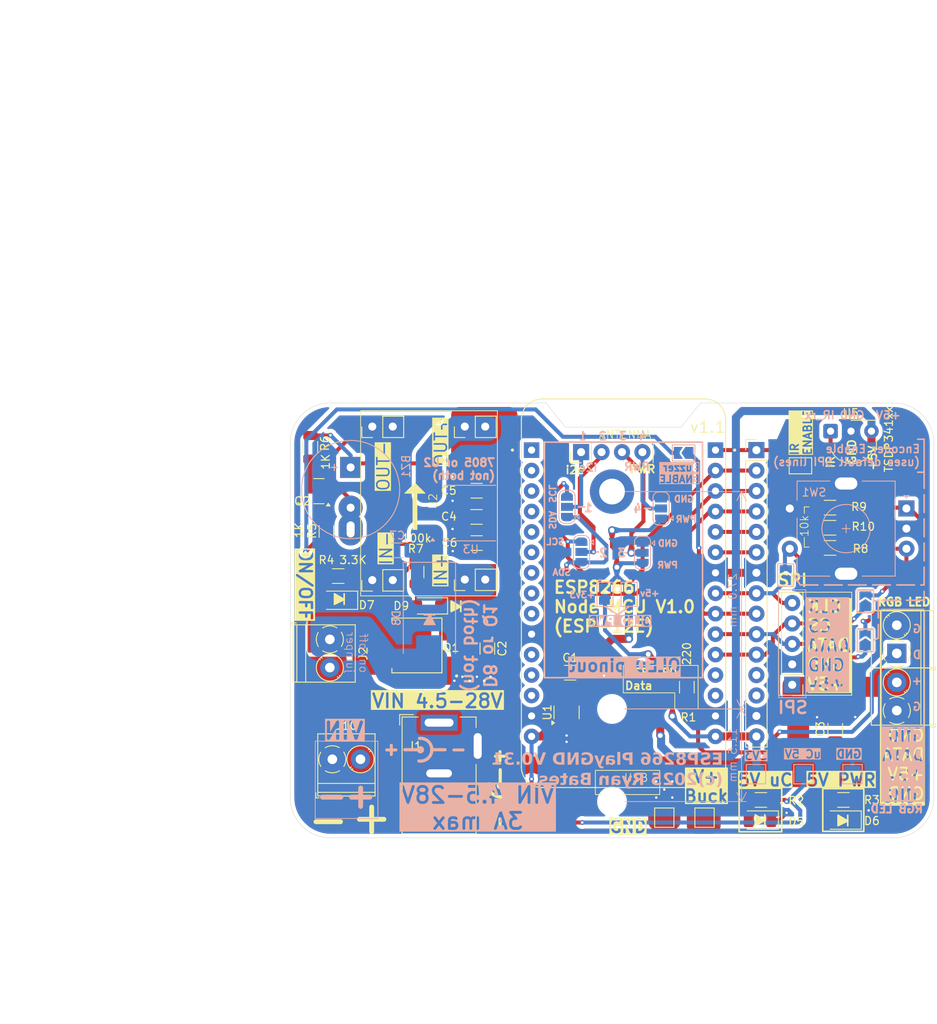
<source format=kicad_pcb>
(kicad_pcb (version 20240108) (generator "pcbnew") (generator_version "8.0")
  (layers (0 "F.Cu" signal) (31 "B.Cu" signal) (34 "B.Paste" user) (35 "F.Paste" user) (36 "B.SilkS" user "B.Silkscreen") (37 "F.SilkS" user "F.Silkscreen") (38 "B.Mask" user) (39 "F.Mask" user) (44 "Edge.Cuts" user))
  (net 0 "")
  (net 1 "MicroContrl_+5V")
  (net 2 "GND")
  (net 3 "/BATT_IN+")
  (net 4 "/IR_DATA")
  (net 5 "+BATT")
  (net 8 "/BATT_IN")
  (net 17 "/SDA")
  (net 18 "/SPI_CLK")
  (net 22 "/SPI_CS")
  (net 23 "Net-(J8-Pad6)")
  (net 25 "+5V_LED")
  (net 26 "/SCL")
  (net 27 "Net-(Q2-C)")
  (net 28 "/SPI_DATA")
  (net 31 "Net-(D5-A)")
  (net 32 "/Buzzer")
  (net 33 "Net-(Q2-B)")
  (net 34 "Net-(JP1-B)")
  (net 35 "/1")
  (net 36 "/2")
  (net 37 "/4")
  (net 38 "/3")
  (net 39 "/PWR")
  (net 41 "/3V3")
  (net 42 "/D4(GPIO2)")
  (net 43 "/RGB_DATA")
  (net 44 "Net-(J5-Pad1)")
  (net 45 "/D6(GPIO12)")
  (net 46 "Net-(D9-A2)")
  (net 47 "Net-(D7-A)")
  (net 48 "Net-(D6-A)")
  (net 49 "/Encoder CH_A")
  (net 50 "/Encoder CH_B")
  (net 51 "/Encoder Button")
  (footprint "Connector_BarrelJack:BarrelJack_GCT_DCJ200-10-A_Horizontal" (layer "F.Cu") (at -21.5 39.7)
    (property "Reference" "J1")
    (property "Value" "Barrel_Jack")
  )
  (footprint "Connector_PinHeader_1.00mm:PinHeader_1x01_P1.00mm_Vertical" (layer "F.Cu") (at -32.5 15.7)
    (property "Reference" "TP5" (hide yes))
    (property "Value" "TestPoint" (hide yes))
  )
  (footprint "Jumper:SolderJumper-2_P1.3mm_Open_TrianglePad1.0x1.5mm" (layer "F.Cu") (at 23.425 7.8 180)
    (property "Reference" "JP1" (hide yes))
    (property "Value" "SolderJumper_2_Open" (hide yes))
  )
  (footprint "TerminalBlock_Phoenix:TerminalBlock_Phoenix_PT-1,5-2-3.5-H_1x02_P3.50mm_Horizontal" (layer "F.Cu") (at -35.08 29.36 -90)
    (property "Reference" "J2")
    (property "Value" "Screw_Terminal_2_P3.50mm" (hide yes))
  )
  (footprint "OptoDevice:Vishay_MOLD-3Pin" (layer "F.Cu") (at 27.17 3.5)
    (property "Reference" "U5")
    (property "Value" "TSDP341xx")
  )
  (footprint "Resistor_SMD:R_1206_3216Metric" (layer "F.Cu") (at 28.7625 49.3 180)
    (property "Reference" "R3")
    (property "Value" "1K" (hide yes))
  )
  (footprint "Resistor_SMD:R_1206_3216Metric" (layer "F.Cu") (at 27.1 15.5)
    (property "Reference" "R10")
    (property "Value" "10K")
  )
  (footprint "TerminalBlock_Phoenix:TerminalBlock_Phoenix_PT-1,5-2-3.5-H_1x02_P3.50mm_Horizontal" (layer "F.Cu") (at -34.77 44.25)
    (property "Reference" "J10")
    (property "Value" "Screw_Terminal_2_P3.50mm" (hide yes))
  )
  (footprint "NodeMCU ESP8266 library:NodeMCU 12-E" (layer "F.Cu") (at 1.43 23.63)
    (property "Reference" "v1.1")
    (property "Value" "ESP8266" (hide yes))
  )
  (footprint "Diode_SMD:D_SMF" (layer "F.Cu") (at -22.8 25.2 180)
    (property "Reference" "D9")
    (property "Value" "SMF15A" (hide yes))
  )
  (footprint "Resistor_SMD:R_1206_3216Metric" (layer "F.Cu") (at 9.3 35.3 90)
    (property "Reference" "R1")
    (property "Value" "220")
  )
  (footprint "Resistor_SMD:R_1206_3216Metric" (layer "F.Cu") (at 18.5 49.3 180)
    (property "Reference" "R2")
    (property "Value" "1K" (hide yes))
  )
  (footprint "Resistor_SMD:R_1206_3216Metric" (layer "F.Cu") (at -34.0375 21.5 180)
    (property "Reference" "R4")
    (property "Value" "3.3K")
  )
  (footprint "TestPoint:TestPoint_Pad_2.0x2.0mm" (layer "F.Cu") (at 6.5 51.5 90)
    (property "Reference" "TP4" (hide yes))
    (property "Value" "uC +5V" (hide yes))
  )
  (footprint "TerminalBlock_Phoenix:TerminalBlock_Phoenix_PT-1,5-2-3.5-H_1x02_P3.50mm_Horizontal" (layer "F.Cu") (at 35.4 31.1 90)
    (property "Reference" "J5" (hide yes))
    (property "Value" "Screw_Terminal_2_P3.50mm" (hide yes))
  )
  (footprint "Resistor_SMD:R_1206_3216Metric" (layer "F.Cu") (at -24.3 21 90)
    (property "Reference" "R7")
    (property "Value" "100k")
  )
  (footprint "Capacitor_SMD:C_1206_3216Metric" (layer "F.Cu") (at -16.825 10.9 180)
    (property "Reference" "C5")
    (property "Value" "0.1uF 50V")
  )
  (footprint "Connector_PinHeader_2.54mm:PinHeader_1x05_P2.54mm_Vertical" (layer "F.Cu") (at 22.4 35 180)
    (property "Reference" "J3" (hide yes))
    (property "Value" "PINHD_1x5_Male" (hide yes))
  )
  (footprint "Capacitor_SMD:C_1206_3216Metric" (layer "F.Cu") (at -15.5 30.5 -90)
    (property "Reference" "C2")
    (property "Value" "0.22uF 50V CER")
  )
  (footprint "Resistor_SMD:R_1206_3216Metric" (layer "F.Cu") (at 27.1 13 180)
    (property "Reference" "R9")
    (property "Value" "10K")
  )
  (footprint "MountingHole:MountingHole_3.2mm_M3_ISO14580_Pad_TopBottom" (layer "F.Cu") (at 0 11)
    (property "Reference" "H1" (hide yes))
    (property "Value" "MountingHole" (hide yes))
  )
  (footprint "LED_SMD:LED_1206_3216Metric" (layer "F.Cu") (at -33.9 24.5 180)
    (property "Reference" "D7")
    (property "Value" "LED")
  )
  (footprint "TerminalBlock_Phoenix:TerminalBlock_Phoenix_PT-1,5-2-3.5-H_1x02_P3.50mm_Horizontal" (layer "F.Cu") (at 35.4 38.2 90)
    (property "Reference" "J6" (hide yes))
    (property "Value" "Screw_Terminal_2_P3.50mm" (hide yes))
  )
  (footprint "Package_TO_SOT_SMD:SOT-23" (layer "F.Cu") (at -36.4375 10.95 180)
    (property "Reference" "Q2")
    (property "Value" "MMBT2222A")
  )
  (footprint "Ryan_Custom_Modules:MP1584" (layer "F.Cu") (at -22.75 12.46 90)
    (property "Reference" "U2")
    (property "Value" "MP1584_Buck")
  )
  (footprint "Capacitor_SMD:C_1206_3216Metric" (layer "F.Cu") (at -5.2 33.5)
    (property "Reference" "C1")
    (property "Value" "0.1uF 50V")
  )
  (footprint "Capacitor_SMD:C_1206_3216Metric" (layer "F.Cu") (at -16.85 14.15 180)
    (property "Reference" "C4")
    (property "Value" "0.1uF 50V")
  )
  (footprint "TestPoint:TestPoint_Pad_2.0x2.0mm" (layer "F.Cu") (at 11.5 51.5 90)
    (property "Reference" "TP3" (hide yes))
    (property "Value" "uC +5V" (hide yes))
  )
  (footprint "Resistor_SMD:R_1206_3216Metric" (layer "F.Cu") (at -37.5 5.5 -90)
    (property "Reference" "R6")
    (property "Value" "1K")
  )
  (footprint "Resistor_SMD:R_1206_3216Metric" (layer "F.Cu") (at 27.1 18 180)
    (property "Reference" "R8")
    (property "Value" "10K")
  )
  (footprint "Package_TO_SOT_SMD:SOT-23-5" (layer "F.Cu") (at -5.65 38.425 90)
    (property "Reference" "U1")
    (property "Value" "MAX40200AUK" (hide yes))
  )
  (footprint "LED_SMD:LED_1206_3216Metric" (layer "F.Cu") (at 28.7 51.8 180)
    (property "Reference" "D6")
    (property "Value" "LED")
  )
  (footprint "Ryan_Custom_Modules:MOSFET_P-CH_30V_25A_TO252" (layer "F.Cu") (at -23.19 30.114 90)
    (property "Reference" "Q1")
    (property "Value" "MOSFET P-CH 30V 25A TO252" (hide yes))
  )
  (footprint "MountingHole:MountingHole_3.2mm_M3" (layer "F.Cu") (at 0 38)
    (property "Reference" "H3" (hide yes))
    (property "Value" "MountingHole_M3" (hide yes))
  )
  (footprint "Connector_PinHeader_2.54mm:PinHeader_1x15_P2.54mm_Vertical" (layer "F.Cu") (at 17.95 5.85)
    (property "Reference" "J8" (hide yes))
    (property "Value" "PINHD_1x15_Male" (hide yes))
  )
  (footprint "Capacitor_SMD:C_1206_3216Metric" (layer "F.Cu") (at -16.825 17.4 180)
    (property "Reference" "C6")
    (property "Value" "0.1uF 50V")
  )
  (footprint "MountingHole:MountingHole_3.2mm_M3" (layer "F.Cu") (at 0 49.5)
    (property "Reference" "H2" (hide yes))
    (property "Value" "MountingHole_M3" (hide yes))
  )
  (footprint "Resistor_SMD:R_1206_3216Metric" (layer "F.Cu") (at -35.5 15.9625 90)
    (property "Reference" "R5")
    (property "Value" "1K")
  )
  (footprint "Connector_PinHeader_2.54mm:PinHeader_1x04_P2.54mm_Vertical" (layer "F.Cu") (at -3.84 6.1 90)
    (property "Reference" "J9" (hide yes))
    (property "Value" "PINHD_1x4_Male" (hide yes))
  )
  (footprint "LED_SMD:LED_1206_3216Metric" (layer "F.Cu") (at 18.4 51.8 180)
    (property "Reference" "D5")
    (property "Value" "LED")
  )
  (footprint "Capacitor_SMD:C_1206_3216Metric" (layer "F.Cu") (at 27.75 40.5 90)
    (property "Reference" "C3")
    (property "Value" "0.1uF 50V")
  )
  (footprint "Jumper:SolderJumper-3_P1.3mm_Open_RoundedPad1.0x1.5mm" (layer "B.Cu") (at 6.1 13.1 -90)
    (property "Reference" "JP8" (hide yes))
    (property "Value" "SolderJumper_3_Open" (hide yes))
  )
  (footprint "Jumper:SolderJumper-2_P1.3mm_Open_TrianglePad1.0x1.5mm" (layer "B.Cu") (at 21.6 21.375 90)
    (property "Reference" "JP11" (hide yes))
    (property "Value" "SolderJumper_2_Open" (hide yes))
  )
  (footprint "Jumper:SolderJumper-2_P1.3mm_Open_TrianglePad1.0x1.5mm" (layer "B.Cu") (at 2.125 23.7625 90)
    (property "Reference" "JP5" (hide yes))
    (property "Value" "SolderJumper_2_Open" (hide yes))
  )
  (footprint "Buzzer_Beeper:MagneticBuzzer_ProSignal_ABT-410-RC" (layer "B.Cu") (at -32.5 7.5 -90)
    (property "Reference" "BZ1")
    (property "Value" "Buzzer_5V")
  )
  (footprint "Package_TO_SOT_SMD:TO-252-2" (layer "B.Cu") (at -17.56 13.675)
    (property "Reference" "U3")
    (property "Value" "L7805")
  )
  (footprint "Capacitor_SMD:C_1206_3216Metric" (layer "B.Cu") (at -26.7 18.3 180)
    (property "Reference" "C7")
    (property "Value" "0.22uF 50V CER")
  )
  (footprint "Jumper:SolderJumper-2_P1.3mm_Open_TrianglePad1.0x1.5mm" (layer "B.Cu") (at 31.5 29.475 90)
    (property "Reference" "JP9" (hide yes))
    (property "Value" "SolderJumper_2_Open" (hide yes))
  )
  (footprint "TestPoint:TestPoint_Pad_2.0x2.0mm" (layer "B.Cu") (at 23.8 46.1 180)
    (property "Reference" "TP1" (hide yes))
    (property "Value" "uC +5V" (hide yes))
  )
  (footprint "Jumper:SolderJumper-3_P1.3mm_Open_RoundedPad1.0x1.5mm" (layer "B.Cu") (at -5.6 12.9 -90)
    (property "Reference" "JP2" (hide yes))
    (property "Value" "SolderJumper_3_Open" (hide yes))
  )
  (footprint "Jumper:SolderJumper-2_P1.3mm_Open_TrianglePad1.0x1.5mm" (layer "B.Cu") (at 31.5 24.625 90)
    (property "Reference" "JP10" (hide yes))
    (property "Value" "SolderJumper_2_Open" (hide yes))
  )
  (footprint "Jumper:SolderJumper-3_P1.3mm_Open_RoundedPad1.0x1.5mm" (layer "B.Cu") (at 3.8 18.6 -90)
    (property "Reference" "JP7" (hide yes))
    (property "Value" "SolderJumper_3_Open" (hide yes))
  )
  (footprint "Diode_SMD:D_SMC_Handsoldering" (layer "B.Cu") (at -22.7 26.7 -90)
    (property "Reference" "D8")
    (property "Value" "D")
  )
  (footprint "Rotary_Encoder:RotaryEncoder_Alps_EC11E-Switch_Vertical_H20mm" (layer "B.Cu") (at 36.6 13.1 180)
    (property "Reference" "SW1")
    (property "Value" "RotaryEncoder_Switch_MP" (hide yes))
  )
  (footprint "TestPoint:TestPoint_Pad_2.0x2.0mm" (layer "B.Cu") (at 17.9 46.1 180)
    (property "Reference" "TP2" (hide yes))
    (property "Value" "3V3")
  )
  (footprint "Jumper:SolderJumper-2_P1.3mm_Open_TrianglePad1.0x1.5mm" (layer "B.Cu") (at 8.9 6.2 180)
    (property "Reference" "JP3" (hide yes))
    (property "Value" "SolderJumper_2_Open" (hide yes))
  )
  (footprint "Jumper:SolderJumper-2_P1.3mm_Open_TrianglePad1.0x1.5mm" (layer "B.Cu") (at -0.875 23.7625 90)
    (property "Reference" "JP6" (hide yes))
    (property "Value" "SolderJumper_2_Open" (hide yes))
  )
  (footprint "TestPoint:TestPoint_Pad_2.0x2.0mm" (layer "B.Cu") (at 29.9 46.1 180)
    (property "Reference" "TP6" (hide yes))
    (property "Value" "uC +5V" (hide yes))
  )
  (footprint "Jumper:SolderJumper-3_P1.3mm_Open_RoundedPad1.0x1.5mm" (layer "B.Cu") (at -3.8 18.5 -90)
    (property "Reference" "JP4" (hide yes))
    (property "Value" "SolderJumper_3_Open" (hide yes))
  )
  (gr_line (start 38.8 4.5) (end 38.8 8.4) (stroke (width 0.2)) (layer "B.SilkS"))
  (gr_line (start 0.7 26.3) (end -0.875 25.2625) (stroke (width 0.2)) (layer "B.SilkS"))
  (gr_line (start 38.8 8.6) (end 38 8.6) (stroke (width 0.2)) (layer "B.SilkS"))
  (gr_line (start -4.175 12.9) (end -3.425 12.9) (stroke (width 0.2)) (layer "B.SilkS"))
  (gr_line (start 23.4 22.6) (end 38.8 22.6) (stroke (width 0.2) (type dash)) (layer "B.SilkS"))
  (gr_line (start 38.8 8.4) (end 38.8 24.5) (stroke (width 0.2) (type dash)) (layer "B.SilkS"))
  (gr_line (start 1.6 18.6) (end 1.85 18.6) (stroke (width 0.2)) (layer "B.SilkS"))
  (gr_line (start 2.125 25.2625) (end 0.7 26.3) (stroke (width 0.2)) (layer "B.SilkS"))
  (gr_rect (start -8.4 4.8625) (end 11.25 34.1125) (stroke (width 0.2)) (fill none) (layer "B.SilkS"))
  (gr_line (start -23.35 26.3) (end -22.05 26.3) (stroke (width 0.2)) (layer "B.SilkS"))
  (gr_line (start -1.95 18.5) (end -1.7 18.5) (stroke (width 0.2)) (layer "B.SilkS"))
  (gr_rect (start 20.7 23.2) (end 24.1 36.6) (stroke (width 0.1)) (fill none) (layer "B.SilkS"))
  (gr_rect (start 33.5 25.6) (end 38.8 49.5) (stroke (width 0.1)) (fill none) (layer "B.SilkS"))
  (gr_arc (start -23.941784 41.655368) (mid -22.4 43.1) (end -24.013748 44.463772) (stroke (width 0.4)) (layer "B.SilkS"))
  (gr_line (start 38 4.5) (end 38.8 4.5) (stroke (width 0.2)) (layer "B.SilkS"))
  (gr_line (start 38.8 24.5) (end 33.1 24.5) (stroke (width 0.2) (type dash)) (layer "B.SilkS"))
  (gr_line (start 33.1 24.5) (end 33.1 29.2) (stroke (width 0.2) (type dash)) (layer "B.SilkS"))
  (gr_circle (center -23.813748 43.063772) (end -23.613748 43.213772) (stroke (width 0.4)) (fill none) (layer "B.SilkS"))
  (gr_line (start -22.413748 43.063772) (end -20.763748 43.063772) (stroke (width 0.4)) (layer "B.SilkS"))
  (gr_line (start -23.813748 43.063772) (end -25.763748 43.063772) (stroke (width 0.4)) (layer "B.SilkS"))
  (gr_line (start 22.6 21.375) (end 23.4 22.6) (stroke (width 0.2) (type dash)) (layer "B.SilkS"))
  (gr_rect (start -36.9 42) (end -29.1 51.6) (stroke (width 0.1)) (fill none) (layer "B.SilkS"))
  (gr_line (start 33.1 29.2) (end 32.5 29.475) (stroke (width 0.2) (type dash)) (layer "B.SilkS"))
  (gr_line (start 33.1 24.5) (end 32.5 24.625) (stroke (width 0.2) (type dash)) (layer "B.SilkS"))
  (gr_poly (pts (xy -23.35 27.5) (xy -22.05 27.5) (xy -22.65 26.3)) (stroke (width 0.2)) (fill solid) (layer "B.SilkS"))
  (gr_line (start 4.025 13.1) (end 4.775 13.1) (stroke (width 0.2)) (layer "B.SilkS"))
  (gr_rect (start 20.7 23.5) (end 29.8 36.3) (stroke (width 0.1)) (fill none) (layer "F.SilkS"))
  (gr_circle (center -13.9 47.5) (end -14.05 47.7) (stroke (width 0.4)) (fill none) (layer "F.SilkS"))
  (gr_line (start 23.9 16.7) (end 23.9 17.9) (stroke (width 0.1)) (layer "F.SilkS"))
  (gr_poly (pts (xy 28.1 51.2) (xy 28.1 52.5) (xy 29.3 51.9)) (stroke (width 0.2)) (fill solid) (layer "F.SilkS"))
  (gr_line (start 24.5 12.9) (end 23.9 12.9) (stroke (width 0.1)) (layer "F.SilkS"))
  (gr_poly (pts (xy -34.5 23.7) (xy -34.5 25) (xy -33.3 24.4)) (stroke (width 0.2)) (fill solid) (layer "F.SilkS"))
  (gr_line (start -13.9 48.9) (end -13.9 50.55) (stroke (width 0.4)) (layer "F.SilkS"))
  (gr_poly (pts (xy 1.4 32.6) (xy 10.7 32.6) (xy 10.7 38) (xy 7.8 38) (xy 7.8 36) (xy 1.4 36)) (stroke (width 0.1)) (fill none) (layer "F.SilkS"))
  (gr_rect (start 33.4 25.78) (end 38.8 49.92) (stroke (width 0.2)) (fill none) (layer "F.SilkS"))
  (gr_line (start 23.9 12.9) (end 23.9 13.7) (stroke (width 0.1)) (layer "F.SilkS"))
  (gr_arc (start -12.491596 47.371964) (mid -13.936228 48.913748) (end -15.3 47.3) (stroke (width 0.4)) (layer "F.SilkS"))
  (gr_line (start 23.9 17.9) (end 24.5 17.9) (stroke (width 0.1)) (layer "F.SilkS"))
  (gr_line (start -18.8 24.6) (end -18.8 25.9) (stroke (width 0.2)) (layer "F.SilkS"))
  (gr_poly (pts (xy 17.8 51.15) (xy 17.8 52.45) (xy 19 51.85)) (stroke (width 0.2)) (fill solid) (layer "F.SilkS"))
  (gr_line (start -33.3 23.7) (end -33.3 25) (stroke (width 0.2)) (layer "F.SilkS"))
  (gr_line (start 29.3 51.2) (end 29.3 52.5) (stroke (width 0.2)) (layer "F.SilkS"))
  (gr_poly (pts (xy -20 24.6) (xy -20 25.9) (xy -18.8 25.3)) (stroke (width 0.2)) (fill solid) (layer "F.SilkS"))
  (gr_rect (start 15.8 47.85) (end 21.1 53.25) (stroke (width 0.2)) (fill none) (layer "F.SilkS"))
  (gr_rect (start 26.2 47.9) (end 31.3 53.2) (stroke (width 0.2)) (fill none) (layer "F.SilkS"))
  (gr_line (start 19 51.15) (end 19 52.45) (stroke (width 0.2)) (layer "F.SilkS"))
  (gr_line (start -13.9 47.5) (end -13.9 45.55) (stroke (width 0.4)) (layer "F.SilkS"))
  (gr_line (start 40 5) (end 40 49) (stroke (width 0.05)) (layer "Edge.Cuts"))
  (gr_line (start -8.2 0) (end -35 0) (stroke (width 0.05)) (layer "Edge.Cuts"))
  (gr_line (start -40 49) (end -40 5) (stroke (width 0.05)) (layer "Edge.Cuts"))
  (gr_line (start 35 54) (end -35 54) (stroke (width 0.05)) (layer "Edge.Cuts"))
  (gr_line (start 11 0) (end 8.6 3) (stroke (width 0.05)) (layer "Edge.Cuts"))
  (gr_line (start -5.8 3) (end -8.2 0) (stroke (width 0.05)) (layer "Edge.Cuts"))
  (gr_line (start 35 0) (end 11 0) (stroke (width 0.05)) (layer "Edge.Cuts"))
  (gr_arc (start 35 0) (mid 38.535534 1.464466) (end 40 5) (stroke (width 0.05)) (layer "Edge.Cuts"))
  (gr_arc (start -40 5) (mid -38.535534 1.464466) (end -35 0) (stroke (width 0.05)) (layer "Edge.Cuts"))
  (gr_arc (start 40 49) (mid 38.535534 52.535534) (end 35 54) (stroke (width 0.05)) (layer "Edge.Cuts"))
  (gr_arc (start -35 54) (mid -38.535534 52.535534) (end -40 49) (stroke (width 0.05)) (layer "Edge.Cuts"))
  (gr_line (start 8.6 3) (end -5.8 3) (stroke (width 0.05)) (layer "Edge.Cuts"))
  (gr_text "PWR" (at 4.8 8.5 0) (layer "B.SilkS") (effects (font (size 1 1) (thickness 0.2) (bold yes)) (justify left bottom mirror)))
  (gr_text "7805 or U2 \n(not both)" (at -14.4 9.6 0) (layer "B.SilkS") (effects (font (size 1 1) (thickness 0.25) (bold yes)) (justify left bottom mirror)))
  (gr_text "GND" (at 32.3 44.3 0) (layer "B.SilkS" knockout) (effects (font (size 1 1) (thickness 2) (bold yes)) (justify left bottom mirror)))
  (gr_text "-" (at -17.913748 42.313772 180) (layer "B.SilkS") (effects (font (size 1.5 1.5) (thickness 0.375) (bold yes)) (justify left bottom)))
  (gr_text "SDA" (at -7.9 15.8 -90) (layer "B.SilkS") (effects (font (size 0.8 0.8) (thickness 0.25) (bold yes)) (justify left bottom mirror)))
  (gr_text "4  3  2  1" (at 4.4 4.7 0) (layer "B.SilkS") (effects (font (size 1 1) (thickness 0.2) (bold yes)) (justify left bottom mirror)))
  (gr_text "OLED pinout" (at 8.7 33.5 0) (layer "B.SilkS" knockout) (effects (font (size 1.5 1.5) (thickness 0.3) (bold yes)) (justify left bottom mirror)))
  (gr_text "D8 or Q1\n(not both)" (at -18.5 30.1 -90) (layer "B.SilkS") (effects (font (size 1.5 1.5) (thickness 0.3) (bold yes)) (justify bottom mirror)))
  (gr_text "on/off\njumper" (at -33.1 33.6 -90) (layer "B.SilkS") (effects (font (size 1 1) (thickness 0.1)) (justify left bottom mirror)))
  (gr_text "SCL" (at -5.8 17.7 0) (layer "B.SilkS") (effects (font (size 0.8 0.8) (thickness 0.25) (bold yes)) (justify left bottom mirror)))
  (gr_text "PWR" (at 8.3 20.6 0) (layer "B.SilkS") (effects (font (size 0.8 0.8) (thickness 0.25) (bold yes)) (justify left bottom mirror)))
  (gr_text "G\n\nD\n\n+\n\nG" (at 37.9 38.3 0) (layer "B.SilkS") (effects (font (size 1 1) (thickness 0.2) (bold yes)) (justify bottom mirror)))
  (gr_text "VIN" (at -30.7 41.9 0) (layer "B.SilkS" knockout) (effects (font (size 2 2) (thickness 0.4) (bold yes)) (justify left bottom mirror)))
  (gr_text "GND" (at 8.3 17.9 0) (layer "B.SilkS") (effects (font (size 0.8 0.8) (thickness 0.25) (bold yes)) (justify left bottom mirror)))
  (gr_text "+5V" (at 36 2.1 0) (layer "B.SilkS") (effects (font (size 1 1) (thickness 0.2) (bold yes)) (justify left bottom mirror)))
  (gr_text "OLED PWR" (at 5 27.7 0) (layer "B.SilkS" knockout) (effects (font (size 1 1) (thickness 0.25) (bold yes)) (justify left bottom mirror)))
  (gr_text "2" (at -0.425 19.2 0) (layer "B.SilkS") (effects (font (size 1 1) (thickness 0.25) (bold yes)) (justify left bottom mirror)))
  (gr_text "+" (at -26.263748 42.313772 180) (layer "B.SilkS") (effects (font (size 1.5 1.5) (thickness 0.375) (bold yes)) (justify left bottom)))
  (gr_text "VIN 4.5-28V\n3A max" (at -16.7 53.1 0) (layer "B.SilkS" knockout) (effects (font (size 2 2) (thickness 0.35) (bold yes)) (justify bottom mirror)))
  (gr_text "+" (at -33.5 50.5 0) (layer "B.SilkS") (effects (font (size 3 3) (thickness 0.6) (bold yes)) (justify left bottom)))
  (gr_text "SPI" (at 24.5 38.7 0) (layer "B.SilkS") (effects (font (size 1.5 1.5) (thickness 0.3)) (justify left bottom mirror)))
  (gr_text "GND\nDATA\n+5V\nGND" (at 39 40.4 0) (layer "B.SilkS" knockout) (effects (font (size 1.5 1.5) (thickness 0.25)) (justify left top mirror)))
  (gr_text "Buzzer\nENABLE" (at 11 10 0) (layer "B.SilkS" knockout) (effects (font (size 0.9 0.9) (thickness 0.2) (bold yes)) (justify left bottom mirror)))
  (gr_text "1" (at -2.3 13.6 0) (layer "B.SilkS") (effects (font (size 1 1) (thickness 0.25) (bold yes)) (justify left bottom mirror)))
  (gr_text "+5v" (at 6 24.1 0) (layer "B.SilkS") (effects (font (size 0.8 0.8) (thickness 0.25) (bold yes)) (justify left bottom mirror)))
  (gr_text "-" (at -37.1 50.5 0) (layer "B.SilkS") (effects (font (size 3 3) (thickness 0.6) (bold yes)) (justify left bottom)))
  (gr_text "+3v3" (at -2 24.3 0) (layer "B.SilkS") (effects (font (size 0.8 0.8) (thickness 0.25) (bold yes)) (justify left bottom mirror)))
  (gr_text "SDA" (at -5 21.5 0) (layer "B.SilkS") (effects (font (size 0.8 0.8) (thickness 0.25) (bold yes)) (justify left bottom mirror)))
  (gr_text "IR_rx" (at 27.8 2.1 0) (layer "B.SilkS") (effects (font (size 1 1) (thickness 0.2) (bold yes)) (justify left bottom mirror)))
  (gr_text "i2c" (at -1.7 8.6 0) (layer "B.SilkS") (effects (font (size 1 1) (thickness 0.2) (bold yes)) (justify left bottom mirror)))
  (gr_text "3" (at 1.825 19.2 0) (layer "B.SilkS") (effects (font (size 1 1) (thickness 0.25) (bold yes)) (justify left bottom mirror)))
  (gr_text "Encoder Enable\n(uses default SPI lines)" (at 38.4 7.9 0) (layer "B.SilkS") (effects (font (size 1 1) (thickness 0.2) (bold yes)) (justify left bottom mirror)))
  (gr_text "RGB LED" (at 38.8 51 0) (layer "B.SilkS") (effects (font (size 1 1) (thickness 0.25)) (justify left bottom mirror)))
  (gr_text "GND" (at 10.3 12.4 0) (layer "B.SilkS") (effects (font (size 0.8 0.8) (thickness 0.25) (bold yes)) (justify left bottom mirror)))
  (gr_text "3V3" (at 19.4 44.4 0) (layer "B.SilkS" knockout) (effects (font (size 1 1) (thickness 0.2) (bold yes)) (justify left bottom mirror)))
  (gr_text "CLK\nCS\nDATA\nGND\n+5V" (at 24.1 35.8 0) (layer "B.SilkS" knockout) (effects (font (size 1.5 1.5) (thickness 0.3) (bold yes)) (justify right bottom mirror)))
  (gr_text "ESP8266 PlayGND V0.31\n(c)2025 Ryan Bates" (at 13.8 47.7 0) (layer "B.SilkS") (effects (font (size 1.5 1.5) (thickness 0.3) (bold yes)) (justify left bottom mirror)))
  (gr_text "SCL" (at -7.9 12.5 -90) (layer "B.SilkS") (effects (font (size 0.8 0.8) (thickness 0.25) (bold yes)) (justify left bottom mirror)))
  (gr_text "GND" (at 31.5 2.1 0) (layer "B.SilkS") (effects (font (size 1 1) (thickness 0.2) (bold yes)) (justify left bottom mirror)))
  (gr_text "PWR" (at 10.6 14.9 0) (layer "B.SilkS") (effects (font (size 0.8 0.8) (thickness 0.25) (bold yes)) (justify left bottom mirror)))
  (gr_text "4" (at 3.8 13.7 0) (layer "B.SilkS") (effects (font (size 1 1) (thickness 0.25) (bold yes)) (justify left bottom mirror)))
  (gr_text "uC 5V" (at 26.1 44.2 0) (layer "B.SilkS" knockout) (effects (font (size 1 1) (thickness 0.2) (bold yes)) (justify left bottom mirror)))
  (gr_text "ESP8266 \nNode MCU V1.0\n(ESP-12E)" (at -7.4 28.6 0) (layer "F.SilkS") (effects (font (size 1.5 1.5) (thickness 0.3) (bold yes)) (justify left bottom)))
  (gr_text "IR\nENABLE" (at 24.9 6.6 90) (layer "F.SilkS" knockout) (effects (font (size 1 1) (thickness 0.2) (bold yes)) (justify left bottom)))
  (gr_text "i2c" (at -5.9 8.9 0) (layer "F.SilkS") (effects (font (size 1 1) (thickness 0.2) (bold yes)) (justify left bottom)))
  (gr_text "V+\nBuck" (at 11.7 49.7 0) (layer "F.SilkS" knockout) (effects (font (size 1.5 1.5) (thickness 0.3) (bold yes)) (justify bottom)))
  (gr_text "10k" (at 24.5 16.7 90) (layer "F.SilkS") (effects (font (size 1 1) (thickness 0.1)) (justify left bottom)))
  (gr_text "5V uC" (at 15.5 47.7 0) (layer "F.SilkS" knockout) (effects (font (size 1.5 1.5) (thickness 0.3) (bold yes)) (justify left bottom)))
  (gr_text "ON/OFF" (at -39 17.9 -90) (layer "F.SilkS" knockout) (effects (font (size 1.5 1.5) (thickness 0.3) (bold yes)) (justify left bottom)))
  (gr_text "-" (at -13.15 53.4 90) (layer "F.SilkS") (effects (font (size 1.5 1.5) (thickness 0.375) (bold yes)) (justify left bottom)))
  (gr_text "+5V" (at 33 8.5 90) (layer "F.SilkS") (effects (font (size 1 1) (thickness 0.2) (bold yes)) (justify left bottom)))
  (gr_text "IR" (at 27.75 8.2 90) (layer "F.SilkS") (effects (font (size 1 1) (thickness 0.2) (bold yes)) (justify left bottom)))
  (gr_text "-" (at -38.15 54.05 0) (layer "F.SilkS") (effects (font (size 4 4) (thickness 0.6) (bold yes)) (justify left bottom)))
  (gr_text "+" (at -13.15 45.05 90) (layer "F.SilkS") (effects (font (size 1.5 1.5) (thickness 0.375) (bold yes)) (justify left bottom)))
  (gr_text "PWR" (at 2.1 8.8 0) (layer "F.SilkS") (effects (font (size 1 1) (thickness 0.2) (bold yes)) (justify left bottom)))
  (gr_text "CLK\nCS\nDATA\nGND\n+5V" (at 24.2 35.9 0) (layer "F.SilkS" knockout) (effects (font (size 1.5 1.5) (thickness 0.3) (bold yes)) (justify left bottom)))
  (gr_text "GND" (at -0.5 53.5 0) (layer "F.SilkS" knockout) (effects (font (size 1.5 1.5) (thickness 0.3) (bold yes)) (justify left bottom)))
  (gr_text "VIN 4.5-28V" (at -30 38 0) (layer "F.SilkS" knockout) (effects (font (size 1.7 1.7) (thickness 0.3) (bold yes)) (justify left bottom)))
  (gr_text "RGB LED" (at 32.9 25.3 0) (layer "F.SilkS") (effects (font (size 1 1) (thickness 0.25) (bold yes)) (justify left bottom)))
  (gr_text "SPI" (at 20.4 22.9 0) (layer "F.SilkS") (effects (font (size 1.5 1.5) (thickness 0.3)) (justify left bottom)))
  (gr_text "+" (at -32.75 53.75 0) (layer "F.SilkS") (effects (font (size 4 4) (thickness 0.6) (bold yes)) (justify left bottom)))
  (gr_text "GND" (at 30.4 7.7 90) (layer "F.SilkS") (effects (font (size 1 1) (thickness 0.2) (bold yes)) (justify left bottom)))
  (gr_text "RGB LED\nData" (at 1.5 35.7 0) (layer "F.SilkS") (effects (font (size 1 1) (thickness 0.2) (bold yes)) (justify left bottom)))
  (gr_text "5V PWR" (at 24 47.7 0) (layer "F.SilkS" knockout) (effects (font (size 1.5 1.5) (thickness 0.3) (bold yes)) (justify left bottom)))
  (gr_text "GND\nDATA\n+5V\nGND" (at 33.2 49.7 0) (layer "F.SilkS" knockout) (effects (font (size 1.5 1.5) (thickness 0.3)) (justify left bottom)))
  (dimension (type aligned) (layer "B.SilkS") (pts (xy 0 49.5) (xy 0 38)) (height 16.1) (gr_text "11.5 mm" (at 15 43.75 90) (layer "B.SilkS") (effects (font (size 1 1) (thickness 0.1)) (justify mirror))) (format (prefix "") (suffix "") (units 3) (units_format 1) (precision 4) suppress_zeroes) (style (thickness 0.1) (arrow_length 1.27) (text_position_mode 0) (extension_height 0.58642) (extension_offset 0.5) keep_text_aligned))
  (dimension (type aligned) (layer "B.SilkS") (pts (xy 0 11) (xy 0 38)) (height -16.1) (gr_text "27.0 mm" (at 15 24.5 90) (layer "B.SilkS") (effects (font (size 1 1) (thickness 0.1)) (justify mirror))) (format (prefix "") (suffix "") (units 3) (units_format 1) (precision 1)) (style (thickness 0.1) (arrow_length 1.27) (text_position_mode 0) (extension_height 0.58642) (extension_offset 0.5) keep_text_aligned))
  (segment (start -6.6 37.2875) (end -7.8875 37.2875) (width 1) (layer "F.Cu") (net 1))
  (segment (start 25.6375 15.5) (end 25.6375 13) (width 0.5) (layer "F.Cu") (net 1))
  (segment (start -1.1 30.4) (end -1.7 30.4) (width 1) (layer "F.Cu") (net 1))
  (segment (start 32.25 5.15) (end 30.1 7.3) (width 1) (layer "F.Cu") (net 1))
  (segment (start -7.6 37) (end -7.9 37.3) (width 1) (layer "F.Cu") (net 1))
  (segment (start -8.81 41.41) (end -10 41.41) (width 1) (layer "F.Cu") (net 1))
  (segment (start 25.6375 18) (end 25.6375 15.5) (width 0.5) (layer "F.Cu") (net 1))
  (segment (start -8.6 52.1) (end -3.7 52.1) (width 0.5) (layer "F.Cu") (net 1))
  (segment (start 0 29.3) (end -1.1 30.4) (width 1) (layer "F.Cu") (net 1))
  (segment (start 19.9625 49.3) (end 21.5 49.3) (width 0.5) (layer "F.Cu") (net 1))
  (segment (start -7.6 32.1) (end -7.6 37) (width 1) (layer "F.Cu") (net 1))
  (segment (start -10 50.7) (end -8.6 52.1) (width 0.5) (layer "F.Cu") (net 1))
  (segment (start -10 46.7) (end -10 50.7) (width 0.5) (layer "F.Cu") (net 1))
  (segment (start 6 41.3) (end 6 38.2) (width 1) (layer "F.Cu") (net 1))
  (segment (start 21.5 49.3) (end 21.7 49.5) (width 0.5) (layer "F.Cu") (net 1))
  (segment (start -7.8875 37.2875) (end -7.9 37.3) (width 1) (layer "F.Cu") (net 1))
  (segment (start -5.9 30.4) (end -7.6 32.1) (width 1) (layer "F.Cu") (net 1))
  (segment (start 32.25 3.5) (end 32.25 5.15) (width 1) (layer "F.Cu") (net 1))
  (segment (start 2.1 29.3) (end 0 29.3) (width 1) (layer "F.Cu") (net 1))
  (segment (start -1.7 30.5) (end -1.7 30.4) (width 1) (layer "F.Cu") (net 1))
  (segment (start -1.7 30.4) (end -5.9 30.4) (width 1) (layer "F.Cu") (net 1))
  (segment (start 30.1 7.3) (end 27.7 7.3) (width 1) (layer "F.Cu") (net 1))
  (segment (start 27.7 7.3) (end 25.6375 9.3625) (width 1) (layer "F.Cu") (net 1))
  (segment (start -7.9 40.5) (end -8.81 41.41) (width 1) (layer "F.Cu") (net 1))
  (segment (start -7.9 37.3) (end -6.6125 37.3) (width 1) (layer "F.Cu") (net 1))
  (segment (start -6.6125 37.3) (end -6.6 37.2875) (width 1) (layer "F.Cu") (net 1))
  (segment (start -7.9 37.3) (end -7.9 40.5) (width 1) (layer "F.Cu") (net 1))
  (segment (start 6 38.2) (end -1.7 30.5) (width 1) (layer "F.Cu") (net 1))
  (segment (start 25.6375 9.3625) (end 25.6375 13) (width 1) (layer "F.Cu") (net 1))
  (via (at -3.7 52.1) (size 0.6) (drill 0.3) (layers "F.Cu" "B.Cu") (net 1))
  (via (at 6 41.3) (size 1) (drill 0.6) (layers "F.Cu" "B.Cu") (net 1))
  (via (at 2.1 29.3) (size 1) (drill 0.6) (layers "F.Cu" "B.Cu") (net 1))
  (via (at 21.7 49.5) (size 0.6) (drill 0.3) (layers "F.Cu" "B.Cu") (net 1))
  (via (at -10 46.7) (size 0.6) (drill 0.3) (layers "F.Cu" "B.Cu") (net 1))
  (segment (start 21.7 49.5) (end 21.8 49.5) (width 0.5) (layer "B.Cu") (net 1))
  (segment (start 21.7 49.5) (end 22.3 49.5) (width 0.5) (layer "B.Cu") (net 1))
  (segment (start 16.2 1) (end 31.2 1) (width 1) (layer "B.Cu") (net 1))
  (segment (start 6.1 41.4) (end 6.1 42.6) (width 1) (layer "B.Cu") (net 1))
  (segment (start 7.4 43.9) (end 14.8 43.9) (width 1) (layer "B.Cu") (net 1))
  (segment (start 6 41.3) (end 6.1 41.4) (width 1) (layer "B.Cu") (net 1))
  (segment (start 32.25 2.05) (end 32.25 3.5) (width 1) (layer "B.Cu") (net 1))
  (segment (start 2.1 29.3) (end 2.1 24.5875) (width 1) (layer "B.Cu") (net 1))
  (segment (start 23.4 50.6) (end 23.4 51.8) (width 0.5) (layer "B.Cu") (net 1))
  (segment (start 15.4 1.8) (end 16.2 1) (width 1) (layer "B.Cu") (net 1))
  (segment (start 14.8 43.9) (end 15.4 43.3) (width 1) (layer "B.Cu") (net 1))
  (segment (start 6.1 42.6) (end 7.4 43.9) (width 1) (layer "B.Cu") (net 1))
  (segment (start 21.8 49.5) (end 23.8 47.5) (width 0.5) (layer "B.Cu") (net 1))
  (segment (start 15.4 43.3) (end 15.4 1.8) (width 1) (layer "B.Cu") (net 1))
  (segment (start 23.8 47.5) (end 23.8 46.1) (width 0.5) (layer "B.Cu") (net 1))
  (segment (start 22.3 49.5) (end 23.4 50.6) (width 0.5) (layer "B.Cu") (net 1))
  (segment (start 31.2 1) (end 32.25 2.05) (width 1) (layer "B.Cu") (net 1))
  (segment (start 2.1 24.5875) (end 2.125 24.5625) (width 1) (layer "B.Cu") (net 1))
  (segment (start 23.4 51.8) (end 23.1 52.1) (width 0.5) (layer "B.Cu") (net 1))
  (segment (start 23.1 52.1) (end -3.7 52.1) (width 0.5) (layer "B.Cu") (net 1))
  (segment (start -10 46.7) (end -10 41.41) (width 0.5) (layer "B.Cu") (net 1))
  (segment (start 21.7 50.9) (end 20.8 51.8) (width 0.5) (layer "F.Cu") (net 2))
  (segment (start 12.86 21.09) (end 17.95 21.09) (width 1) (layer "F.Cu") (net 2))
  (segment (start -5.65 42.0875) (end -5.65 39.5625) (width 0.5) (layer "F.Cu") (net 2))
  (segment (start -31.214213 2.93) (end -29.8 2.93) (width 0.5) (layer "F.Cu") (net 2))
  (segment (start 27.7625 39) (end 27.7375 39.025) (width 0.5) (layer "F.Cu") (net 2))
  (segment (start 27.7375 39.025) (end 25.4875 39.025) (width 0.5) (layer "F.Cu") (net 2))
  (segment (start -1.375 33.5) (end -3.725 33.5) (width 0.5) (layer "F.Cu") (net 2))
  (segment (start -35.5 7.215787) (end -31.214213 2.93) (width 0.5) (layer "F.Cu") (net 2))
  (segment (start 30.2375 39) (end 27.7625 39) (width 0.5) (layer "F.Cu") (net 2))
  (segment (start 30.1 51.8) (end 30.7 51.8) (width 0.5) (layer "F.Cu") (net 2))
  (segment (start -30.5 24.5) (end -29.8 23.8) (width 0.5) (layer "F.Cu") (net 2))
  (segment (start -27.26 22) (end -26.7625 22) (width 0.5) (layer "F.Cu") (net 2))
  (segment (start -35.5 10) (end -35.5 7.215787) (width 0.5) (layer "F.Cu") (net 2))
  (segment (start 30.7 51.8) (end 31.9 50.6) (width 0.5) (layer "F.Cu") (net 2))
  (segment (start -1 33.875) (end -1.375 33.5) (width 0.5) (layer "F.Cu") (net 2))
  (segment (start 20.8 51.8) (end 19.8 51.8) (width 0.5) (layer "F.Cu") (net 2))
  (segment (start -32.5 24.5) (end -30.5 24.5) (width 0.5) (layer "F.Cu") (net 2))
  (segment (start -26.7625 22) (end -24.3 19.5375) (width 0.5) (layer "F.Cu") (net 2))
  (segment (start -29.8 23.8) (end -29.8 22) (width 0.5) (layer "F.Cu") (net 2))
  (via (at 6.5 48) (size 0.6) (drill 0.3) (layers "F.Cu" "B.Cu") (net 2))
  (via (at 31.9 50.6) (size 0.6) (drill 0.3) (layers "F.Cu" "B.Cu") (net 2))
  (via (at 21.7 50.9) (size 0.6) (drill 0.3) (layers "F.Cu" "B.Cu") (net 2))
  (via (at -19.6 34.5) (size 0.6) (drill 0.3) (layers "F.Cu" "B.Cu") (net 2))
  (via (at 30.2375 39) (size 0.6) (drill 0.3) (layers "F.Cu" "B.Cu") (net 2))
  (via (at 5.5 49) (size 0.6) (drill 0.3) (layers "F.Cu" "B.Cu") (net 2))
  (via (at 7.5 49) (size 0.6) (drill 0.3) (layers "F.Cu" "B.Cu") (net 2))
  (via (at -19.825 15.65) (size 0.6) (drill 0.3) (layers "F.Cu" "B.Cu") (net 2))
  (via (at -19.825 9.15) (size 0.6) (drill 0.3) (layers "F.Cu" "B.Cu") (net 2))
  (via (at 25.4875 39.025) (size 0.6) (drill 0.3) (layers "F.Cu" "B.Cu") (net 2))
  (via (at -5.65 42.0875) (size 0.6) (drill 0.3) (layers "F.Cu" "B.Cu") (net 2))
  (via (at -17.7 34.5) (size 0.6) (drill 0.3) (layers "F.Cu" "B.Cu") (net 2))
  (via (at -15.9 34.5) (size 0.6) (drill 0.3) (layers "F.Cu" "B.Cu") (net 2))
  (via (at -19.825 12.15) (size 0.6) (drill 0.3) (layers "F.Cu" "B.Cu") (net 2))
  (via (at -15.1 34) (size 0.6) (drill 0.3) (layers "F.Cu" "B.Cu") (net 2))
  (via (at -16.8 34) (size 0.6) (drill 0.3) (layers "F.Cu" "B.Cu") (net 2))
  (via (at -1 33.875) (size 0.6) (drill 0.3) (layers "F.Cu" "B.Cu") (net 2))
  (via (at 7.5 47) (size 0.6) (drill 0.3) (layers "F.Cu" "B.Cu") (net 2))
  (via (at -5.65 41.3) (size 0.6) (drill 0.3) (layers "F.Cu" "B.Cu") (net 2))
  (via (at -18.6 34) (size 0.6) (drill 0.3) (layers "F.Cu" "B.Cu") (net 2))
  (via (at 5.5 47) (size 0.6) (drill 0.3) (layers "F.Cu" "B.Cu") (net 2))
  (via (at -19.8 18.4) (size 0.6) (drill 0.3) (layers "F.Cu" "B.Cu") (net 2))
  (segment (start -23.4 17.5) (end -18.97 21.93) (width 0.5) (layer "F.Cu") (net 3))
  (segment (start -32.575 21.075) (end -29 17.5) (width 0.5) (layer "F.Cu") (net 3))
  (segment (start -32.575 21.5) (end -32.575 21.075) (width 0.5) (layer "F.Cu") (net 3))
  (segment (start -18.97 21.93) (end -18.3 21.93) (width 0.5) (layer "F.Cu") (net 3))
  (segment (start -29 17.5) (end -23.4 17.5) (width 0.5) (layer "F.Cu") (net 3))
  (segment (start 24.85 7.75) (end 24.05 7.75) (width 0.5) (layer "F.Cu") (net 4))
  (segment (start 27.17 3.5) (end 27.17 5.43) (width 0.5) (layer "F.Cu") (net 4))
  (segment (start 27.17 5.43) (end 24.85 7.75) (width 0.5) (layer "F.Cu") (net 4))
  (segment (start 3 23.7) (end 5.5 21.2) (width 0.5) (layer "F.Cu") (net 17))
  (segment (start -5.655331 22.544669) (end -4.5 23.7) (width 0.5) (layer "F.Cu") (net 17))
  (segment (start -5.655331 20.105331) (end -5.655331 22.544669) (width 0.5) (layer "F.Cu") (net 17))
  (segment (start 5.5 18.29) (end 12.86 10.93) (width 0.5) (layer "F.Cu") (net 17))
  (segment (start 5.5 21.2) (end 5.5 18.29) (width 0.5) (layer "F.Cu") (net 17))
  (segment (start 12.86 10.93) (end 17.95 10.93) (width 0.5) (layer "F.Cu") (net 17))
  (segment (start -4.5 23.7) (end 3 23.7) (width 0.5) (layer "F.Cu") (net 17))
  (via (at -5.655331 20.105331) (size 0.6) (drill 0.3) (layers "F.Cu" "B.Cu") (net 17))
  (segment (start -0.7 19.5) (end -1 19.8) (width 0.5) (layer "B.Cu") (net 17))
  (segment (start -0.7 17.7) (end -0.7 19.5) (width 0.5) (layer "B.Cu") (net 17))
  (segment (start -1 19.8) (end -3.8 19.8) (width 0.5) (layer "B.Cu") (net 17))
  (segment (start -5.6 14.2) (end -4.2 14.2) (width 0.5) (layer "B.Cu") (net 17))
  (segment (start -4.2 14.2) (end -0.7 17.7) (width 0.5) (layer "B.Cu") (net 17))
  (segment (start -3.8 19.8) (end -5.35 19.8) (width 0.5) (layer "B.Cu") (net 17))
  (segment (start -5.35 19.8) (end -5.655331 20.105331) (width 0.5) (layer "B.Cu") (net 17))
  (segment (start 19.95 23.63) (end 21.16 24.84) (width 0.5) (layer "F.Cu") (net 18))
  (segment (start 12.86 23.63) (end 17.95 23.63) (width 0.5) (layer "F.Cu") (net 18))
  (segment (start 21.16 24.84) (end 22.4 24.84) (width 0.5) (layer "F.Cu") (net 18))
  (segment (start 17.95 23.63) (end 19.95 23.63) (width 0.5) (layer "F.Cu") (net 18))
  (segment (start 20.07 23.63) (end 21.6 22.1) (width 0.5) (layer "B.Cu") (net 18))
  (segment (start 17.95 23.63) (end 20.07 23.63) (width 0.5) (layer "B.Cu") (net 18))
  (segment (start 22.4 27.38) (end 29.52 27.38) (width 0.5) (layer "F.Cu") (net 22))
  (segment (start 20 30.3) (end 20 28.9) (width 0.5) (layer "F.Cu") (net 22))
  (segment (start 21.52 27.38) (end 22.4 27.38) (width 0.5) (layer "F.Cu") (net 22))
  (segment (start 17.95 31.25) (end 19.05 31.25) (width 0.5) (layer "F.Cu") (net 22))
  (segment (start 12.86 31.25) (end 17.95 31.25) (width 0.5) (layer "F.Cu") (net 22))
  (segment (start 20 28.9) (end 21.52 27.38) (width 0.5) (layer "F.Cu") (net 22))
  (segment (start 29.52 27.38) (end 30.1 26.8) (width 0.5) (layer "F.Cu") (net 22))
  (segment (start 19.05 31.25) (end 20 30.3) (width 0.5) (layer "F.Cu") (net 22))
  (via (at 30.1 26.8) (size 0.6) (drill 0.3) (layers "F.Cu" "B.Cu") (net 22))
  (segment (start 31.5 25.4) (end 30.1 26.8) (width 0.5) (layer "B.Cu") (net 22))
  (segment (start 31.5 25.35) (end 31.5 25.4) (width 0.5) (layer "B.Cu") (net 22))
  (segment (start 12.86 18.55) (end 17.95 18.55) (width 0.5) (layer "F.Cu") (net 23))
  (segment (start 30.225 44.45) (end 27.75 41.975) (width 0.5) (layer "F.Cu") (net 25))
  (segment (start -6.6 39.5625) (end -6.6 43.9) (width 0.5) (layer "F.Cu") (net 25))
  (segment (start -18.93 2.93) (end -23.5 7.5) (width 0.5) (layer "F.Cu") (net 25))
  (segment (start -37.5 4.0375) (end -35.0375 4.0375) (width 0.5) (layer "F.Cu") (net 25))
  (segment (start -4.3 44.3) (end -4.7 43.9) (width 0.5) (layer "F.Cu") (net 25))
  (segment (start -18.3 2.93) (end -18.93 2.93) (width 0.5) (layer "F.Cu") (net 25))
  (segment (start -4.7 43.9) (end -4.7 39.7) (width 0.5) (layer "F.Cu") (net 25))
  (segment (start -23.5 7.5) (end -32.5 7.5) (width 0.5) (layer "F.Cu") (net 25))
  (segment (start -35.0375 4.0375) (end -35 4) (width 0.5) (layer "F.Cu") (net 25))
  (segment (start -6.6 43.9) (end -6.9 44.2) (width 0.5) (layer "F.Cu") (net 25))
  (segment (start 30.225 49.3) (end 30.225 44.45) (width 0.5) (layer "F.Cu") (net 25))
  (via (at -35 4) (size 0.6) (drill 0.3) (layers "F.Cu" "B.Cu") (net 25))
  (segment (start -32.5 6.5) (end -35 4) (width 0.5) (layer "B.Cu") (net 25))
  (segment (start -32.5 7.5) (end -32.5 6.5) (width 0.5) (layer "B.Cu") (net 25))
  (segment (start -5.5 17.2) (end -5.5 19.2) (width 0.5) (layer "F.Cu") (net 26))
  (segment (start 12.86 8.39) (end 17.95 8.39) (width 0.5) (layer "F.Cu") (net 26))
  (segment (start 2.2 22.3) (end 3.8 20.7) (width 0.5) (layer "F.Cu") (net 26))
  (segment (start -2.4 22.3) (end 2.2 22.3) (width 0.5) (layer "F.Cu") (net 26))
  (segment (start -7.7 11.7) (end -7.7 15) (width 0.5) (layer "F.Cu") (net 26))
  (segment (start 3.8 20.7) (end 3.8 17.45) (width 0.5) (layer "F.Cu") (net 26))
  (segment (start -6 10) (end -7.7 11.7) (width 0.5) (layer "F.Cu") (net 26))
  (segment (start 12.86 8.39) (end 12.51 8.39) (width 0.5) (layer "F.Cu") (net 26))
  (segment (start -5.5 19.2) (end -2.4 22.3) (width 0.5) (layer "F.Cu") (net 26))
  (segment (start -7.7 15) (end -5.5 17.2) (width 0.5) (layer "F.Cu") (net 26))
  (segment (start 3.8 17.45) (end 12.86 8.39) (width 0.5) (layer "F.Cu") (net 26))
  (via (at -6 10) (size 0.6) (drill 0.3) (layers "F.Cu" "B.Cu") (net 26))
  (via (at -5.5 17.2) (size 0.6) (drill 0.3) (layers "F.Cu" "B.Cu") (net 26))
  (segment (start -3.8 17.2) (end -5.5 17.2) (width 0.5) (layer "B.Cu") (net 26))
  (segment (start -5.6 11.6) (end -5.6 10.4) (width 0.5) (layer "B.Cu") (net 26))
  (segment (start -5.6 10.4) (end -6 10) (width 0.5) (layer "B.Cu") (net 26))
  (segment (start -33.55 10.95) (end -32.5 12) (width 0.5) (layer "F.Cu") (net 27))
  (segment (start -37.375 10.95) (end -33.55 10.95) (width 0.5) (layer "F.Cu") (net 27))
  (segment (start -32.5 12) (end -32.5 13) (width 0.5) (layer "F.Cu") (net 27))
  (segment (start -37.5 10.825) (end -37.375 10.95) (width 0.5) (layer "F.Cu") (net 27))
  (segment (start -37.5 6.9625) (end -37.5 10.825) (width 0.5) (layer "F.Cu") (net 27))
  (segment (start 12.86 28.71) (end 17.95 28.71) (width 0.5) (layer "F.Cu") (net 28))
  (segment (start 27.2 31.6) (end 30.5 31.6) (width 0.5) (layer "F.Cu") (net 28))
  (segment (start 30.5 31.6) (end 30.6 31.5) (width 0.5) (layer "F.Cu") (net 28))
  (segment (start 25.52 29.92) (end 27.2 31.6) (width 0.5) (layer "F.Cu") (net 28))
  (segment (start 22.4 29.92) (end 25.52 29.92) (width 0.5) (layer "F.Cu") (net 28))
  (via (at 30.6 31.5) (size 0.6) (drill 0.3) (layers "F.Cu" "B.Cu") (net 28))
  (segment (start 20.83 29.47) (end 21.28 29.92) (width 0.5) (layer "B.Cu") (net 28))
  (segment (start 31.1 31.5) (end 31.5 31.1) (width 0.5) (layer "B.Cu") (net 28))
  (segment (start 21.28 29.92) (end 22.4 29.92) (width 0.5) (layer "B.Cu") (net 28))
  (segment (start 17.95 28.71) (end 20.07 28.71) (width 0.5) (layer "B.Cu") (net 28))
  (segment (start 20.07 28.71) (end 20.83 29.47) (width 0.5) (layer "B.Cu") (net 28))
  (segment (start 31.5 31.1) (end 31.5 30.2) (width 0.5) (layer "B.Cu") (net 28))
  (segment (start 30.6 31.5) (end 31.1 31.5) (width 0.5) (layer "B.Cu") (net 28))
  (segment (start 22.4 29.92) (end 22.68 30.2) (width 0.5) (layer "B.Cu") (net 28))
  (segment (start 17.0375 51.7625) (end 17 51.8) (width 0.5) (layer "F.Cu") (net 31))
  (segment (start 17.0375 49.3) (end 17.0375 51.7625) (width 0.5) (layer "F.Cu") (net 31))
  (segment (start -38.1 18.45) (end -37.075 17.425) (width 0.5) (layer "F.Cu") (net 32))
  (segment (start -37.075 17.425) (end -35.5 17.425) (width 0.5) (layer "F.Cu") (net 32))
  (segment (start -38.1 18.5) (end -38.1 18.45) (width 0.5) (layer "F.Cu") (net 32))
  (via (at -38.1 18.5) (size 0.6) (drill 0.3) (layers "F.Cu" "B.Cu") (net 32))
  (segment (start 5.4 4.2) (end 7.4 6.2) (width 0.5) (layer "B.Cu") (net 32))
  (segment (start -6.1 4.2) (end 5.4 4.2) (width 0.5) (layer "B.Cu") (net 32))
  (segment (start -38.1 18.5) (end -38 18.4) (width 0.5) (layer "B.Cu") (net 32))
  (segment (start -34.2 0.8) (end -9.5 0.8) (width 0.5) (layer "B.Cu") (net 32))
  (segment (start -38 18.4) (end -38 4.6) (width 0.5) (layer "B.Cu") (net 32))
  (segment (start 7.4 6.2) (end 8.170097 6.2) (width 0.5) (layer "B.Cu") (net 32))
  (segment (start -9.5 0.8) (end -6.1 4.2) (width 0.5) (layer "B.Cu") (net 32))
  (segment (start -38 4.6) (end -34.2 0.8) (width 0.5) (layer "B.Cu") (net 32))
  (segment (start -35.5 14.5) (end -35.5 11.9) (width 0.5) (layer "F.Cu") (net 33))
  (segment (start 20.745097 5.85) (end 22.695097 7.8) (width 0.5) (layer "F.Cu") (net 34))
  (segment (start 17.95 5.85) (end 20.745097 5.85) (width 0.5) (layer "F.Cu") (net 34))
  (segment (start 12.86 5.85) (end 17.95 5.85) (width 0.5) (layer "F.Cu") (net 34))
  (segment (start -5.6 12.9) (end -4.1 12.9) (width 0.5) (layer "B.Cu") (net 35))
  (segment (start -4.1 12.9) (end -3.84 12.64) (width 0.5) (layer "B.Cu") (net 35))
  (segment (start -3.84 12.64) (end -3.84 6.1) (width 0.5) (layer "B.Cu") (net 35))
  (segment (start -4 9.3) (end -1.3 6.6) (width 0.5) (layer "F.Cu") (net 36))
  (segment (start -1.3 6.6) (end -1.3 6.1) (width 0.5) (layer "F.Cu") (net 36))
  (segment (start -2.3 15.4) (end -4 13.7) (width 0.5) (layer "F.Cu") (net 36))
  (segment (start -2.3 18.5) (end -2.3 15.4) (width 0.5) (layer "F.Cu") (net 36))
  (segment (start -4 13.7) (end -4 9.3) (width 0.5) (layer "F.Cu") (net 36))
  (via (at -2.3 18.5) (size 0.6) (drill 0.3) (layers "F.Cu" "B.Cu") (net 36))
  (segment (start -2.3 18.5) (end -3.8 18.5) (width 0.5) (layer "B.Cu") (net 36))
  (segment (start 3.78 6.1) (end 3.78 12.18) (width 0.5) (layer "B.Cu") (net 37))
  (segment (start 3.78 12.18) (end 4.7 13.1) (width 0.5) (layer "B.Cu") (net 37))
  (segment (start 4.7 13.1) (end 6.1 13.1) (width 0.5) (layer "B.Cu") (net 37))
  (segment (start 3.9 14.7) (end 3.9 8.76) (width 0.5) (layer "F.Cu") (net 38))
  (segment (start 2.4 18.6) (end 2.4 16.2) (width 0.5) (layer "F.Cu") (net 38))
  (segment (start 3.9 8.76) (end 1.24 6.1) (width 0.5) (layer "F.Cu") (net 38))
  (segment (start 2.4 16.2) (end 3.9 14.7) (width 0.5) (layer "F.Cu") (net 38))
  (via (at 2.4 18.6) (size 1) (drill 0.6) (layers "F.Cu" "B.Cu") (net 38))
  (segment (start 3.8 18.6) (end 2.4 18.6) (width 0.5) (layer "B.Cu") (net 38))
  (segment (start 0.6 20.4) (end 0.6 18.443503) (width 0.5) (layer "F.Cu") (net 39))
  (segment (start 0 17.843503) (end 0 15.8) (width 0.5) (layer "F.Cu") (net 39))
  (segment (start 0.6 18.443503) (end 0 17.843503) (width 0.5) (layer "F.Cu") (net 39))
  (via (at 0 15.8) (size 1) (drill 0.6) (layers "F.Cu" "B.Cu") (net 39))
  (via (at 0.6 20.4) (size 1) (drill 0.6) (layers "F.Cu" "B.Cu") (net 39))
  (segment (start 0 15.8) (end 4.7 15.8) (width 0.5) (layer "B.Cu") (net 39))
  (segment (start 4.7 15.8) (end 6.1 14.4) (width 0.5) (layer "B.Cu") (net 39))
  (segment (start 2.125 22.9625) (end 0.6 21.4375) (width 0.5) (layer "B.Cu") (net 39))
  (segment (start 0.6 20.4) (end 0.6 21.4875) (width 0.5) (layer "B.Cu") (net 39))
  (segment (start 1.1 19.9) (end 3.8 19.9) (width 0.5) (layer "B.Cu") (net 39))
  (segment (start 0.6 21.4375) (end 0.6 20.4) (width 0.5) (layer "B.Cu") (net 39))
  (segment (start 0.6 20.4) (end 1.1 19.9) (width 0.5) (layer "B.Cu") (net 39))
  (segment (start 0.6 21.4875) (end -0.875 22.9625) (width 0.5) (layer "B.Cu") (net 39))
  (segment (start 12.86 41.41) (end 17.95 41.41) (width 1) (layer "F.Cu") (net 41))
  (segment (start 7.5 34.2) (end 7.5 38.9) (width 0.5) (layer "F.Cu") (net 41))
  (segment (start 4.5 31.2) (end 7.5 34.2) (width 0.5) (layer "F.Cu") (net 41))
  (via (at 4.5 31.2) (size 1) (drill 0.6) (layers "F.Cu" "B.Cu") (net 41))
  (via (at 7.5 38.9) (size 1) (drill 0.6) (layers "F.Cu" "B.Cu") (net 41))
  (segment (start 2.1 31.2) (end -0.875 28.225) (width 0.5) (layer "B.Cu") (net 41))
  (segment (start 17.95 41.41) (end 17.95 46.05) (width 1) (layer "B.Cu") (net 41))
  (segment (start 9.71 41.41) (end 12.86 41.41) (width 0.5) (layer "B.Cu") (net 41))
  (segment (start 7.5 38.9) (end 7.53 38.87) (width 0.5) (layer "B.Cu") (net 41))
  (segment (start -0.875 28.225) (end -0.875 24.5625) (width 0.5) (layer "B.Cu") (net 41))
  (segment (start 7.5 39.2) (end 9.71 41.41) (width 0.5) (layer "B.Cu") (net 41))
  (segment (start 7.5 38.9) (end 7.5 39.2) (width 0.5) (layer "B.Cu") (net 41))
  (segment (start 4.5 31.2) (end 2.1 31.2) (width 0.5) (layer "B.Cu") (net 41))
  (segment (start 17.95 46.05) (end 17.9 46.1) (width 1) (layer "B.Cu") (net 41))
  (segment (start 12.86 16.01) (end 17.95 16.01) (width 0.5) (layer "F.Cu") (net 42))
  (segment (start 12.86 13.47) (end 17.95 13.47) (width 0.5) (layer "F.Cu") (net 43))
  (segment (start 9.3 16.339339) (end 9.3 33.8375) (width 0.5) (layer "F.Cu") (net 43))
  (segment (start 12.169339 13.47) (end 9.3 16.339339) (width 0.5) (layer "F.Cu") (net 43))
  (segment (start 12.86 13.47) (end 12.169339 13.47) (width 0.5) (layer "F.Cu") (net 43))
  (segment (start 9.1 36.9625) (end 9.3 36.7625) (width 0.5) (layer "F.Cu") (net 44))
  (segment (start 20.3 42.9) (end 19.8 43.4) (width 0.5) (layer "F.Cu") (net 44))
  (segment (start 9.1 39) (end 9.1 36.9625) (width 0.5) (layer "F.Cu") (net 44))
  (segment (start 11.5 43.4) (end 10.7 42.6) (width 0.5) (layer "F.Cu") (net 44))
  (segment (start 20.3 41.4) (end 20.3 42.9) (width 0.5) (layer "F.Cu") (net 44))
  (segment (start 10.7 40.6) (end 9.1 39) (width 0.5) (layer "F.Cu") (net 44))
  (segment (start 19.8 43.4) (end 11.5 43.4) (width 0.5) (layer "F.Cu") (net 44))
  (segment (start 20.85 40.85) (end 20.3 41.4) (width 0.5) (layer "F.Cu") (net 44))
  (segment (start 10.7 42.6) (end 10.7 40.6) (width 0.5) (layer "F.Cu") (net 44))
  (via (at 20.85 40.85) (size 0.6) (drill 0.3) (layers "F.Cu" "B.Cu") (net 44))
  (segment (start 32.3 38.4) (end 29.85 40.85) (width 0.5) (layer "B.Cu") (net 44))
  (segment (start 34.8 31.1) (end 32.3 33.6) (width 0.5) (layer "B.Cu") (net 44))
  (segment (start 32.3 33.6) (end 32.3 38.4) (width 0.5) (layer "B.Cu") (net 44))
  (segment (start 35.4 31.1) (end 34.8 31.1) (width 0.5) (layer "B.Cu") (net 44))
  (segment (start 29.85 40.85) (end 20.85 40.85) (width 0.5) (layer "B.Cu") (net 44))
  (segment (start 11.47 26.17) (end 12.86 26.17) (width 0.5) (layer "F.Cu") (net 45))
  (segment (start 10.8 18) (end 10.8 25.5) (width 0.5) (layer "F.Cu") (net 45))
  (segment (start 10.8 25.5) (end 11.47 26.17) (width 0.5) (layer "F.Cu") (net 45))
  (segment (start 12.86 26.17) (end 17.95 26.17) (width 0.5) (layer "F.Cu") (net 45))
  (via (at 10.8 18) (size 0.6) (drill 0.3) (layers "F.Cu" "B.Cu") (net 45))
  (segment (start 9.625 6.120097) (end 9.504903 6) (width 0.5) (layer "B.Cu") (net 45))
  (segment (start 9.625 6.2) (end 9.625 6.120097) (width 0.5) (layer "B.Cu") (net 45))
  (segment (start 10.7 17.9) (end 10.7 7.275) (width 0.5) (layer "B.Cu") (net 45))
  (segment (start 10.7 7.275) (end 9.625 6.2) (width 0.5) (layer "B.Cu") (net 45))
  (segment (start 10.8 18) (end 10.7 17.9) (width 0.5) (layer "B.Cu") (net 45))
  (segment (start -24.25 25.2) (end -24.25 22.5125) (width 0.5) (layer "F.Cu") (net 46))
  (segment (start -24.25 22.5125) (end -24.3 22.4625) (width 0.5) (layer "F.Cu") (net 46))
  (segment (start -35.3 24.5) (end -35.3 21.7) (width 0.5) (layer "F.Cu") (net 47))
  (segment (start -35.3 21.7) (end -35.5 21.5) (width 0.5) (layer "F.Cu") (net 47))
  (segment (start 27.3 49.3) (end 27.3 51.8) (width 0.5) (layer "F.Cu") (net 48))
  (segment (start 31.8 27.1) (end 31.2 27.1) (width 0.5) (layer "F.Cu") (net 49))
  (segment (start 39.2 15.3) (end 37 13.1) (width 0.5) (layer "F.Cu") (net 49))
  (segment (start 28.5625 13) (end 36.5 13) (width 0.5) (layer "F.Cu") (net 49))
  (segment (start 37 13.1) (end 36.6 13.1) (width 0.5) (layer "F.Cu") (net 49))
  (segment (start 39.2 19.7) (end 39.2 15.3) (width 0.5) (layer "F.Cu") (net 49))
  (segment (start 36.5 13) (end 36.6 13.1) (width 0.5) (layer "F.Cu") (net 49))
  (segment (start 39.2 19.7) (end 31.8 27.1) (width 0.5) (layer "F.Cu") (net 49))
  (via (at 31.2 27.1) (size 0.6) (drill 0.3) (layers "F.Cu" "B.Cu") (net 49))
  (segment (start 31.2 27.1) (end 31.5 27.4) (width 0.5) (layer "B.Cu") (net 49))
  (segment (start 31.5 27.4) (end 31.5 28.745097) (width 0.5) (layer "B.Cu") (net 49))
  (segment (start 30.1 15.5) (end 31.7 15.5) (width 0.5) (layer "F.Cu") (net 50))
  (segment (start 33.6 23.4) (end 36.6 20.4) (width 0.5) (layer "F.Cu") (net 50))
  (segment (start 28.5625 15.5) (end 30.1 15.5) (width 0.5) (layer "F.Cu") (net 50))
  (segment (start 36.6 20.4) (end 36.6 18.1) (width 0.5) (layer "F.Cu") (net 50))
  (segment (start 31.7 15.5) (end 34.3 18.1) (width 0.5) (layer "F.Cu") (net 50))
  (segment (start 34.3 18.1) (end 36.6 18.1) (width 0.5) (layer "F.Cu") (net 50))
  (via (at 33.6 23.4) (size 0.6) (drill 0.3) (layers "F.Cu" "B.Cu") (net 50))
  (segment (start 33.104903 23.895097) (end 31.5 23.895097) (width 0.5) (layer "B.Cu") (net 50))
  (segment (start 33.6 23.4) (end 33.104903 23.895097) (width 0.5) (layer "B.Cu") (net 50))
  (segment (start 28.5625 18) (end 27.0625 19.5) (width 0.5) (layer "F.Cu") (net 51))
  (segment (start 23.5 19.5) (end 22.1 18.1) (width 0.5) (layer "F.Cu") (net 51))
  (segment (start 27.0625 19.5) (end 23.5 19.5) (width 0.5) (layer "F.Cu") (net 51))
  (segment (start 22.1 18.1) (end 21.5 18.7) (width 0.5) (layer "B.Cu") (net 51))
  (segment (start 21.5 18.7) (end 21.5 20.545097) (width 0.5) (layer "B.Cu") (net 51))
  (segment (start 21.5 20.545097) (end 21.6 20.645097) (width 0.5) (layer "B.Cu") (net 51))
  (zone (net 2) (net_name "GND") (layer "F.Cu") (priority 5) (connect_pads yes (clearance 0.5)) (min_thickness 0.25) (fill yes (thermal_gap 0.5) (thermal_bridge_width 0.5) (island_removal_mode 1) (island_area_min 10))
    (polygon (pts (xy -21.25 31.5) (xy -17 31.5) (xy -16.25 31) (xy -14.45 31) (xy -14.45 35) (xy -21.25 35)))
  )
  (zone (net 3) (net_name "/BATT_IN+") (layer "F.Cu") (priority 1) (connect_pads yes (clearance 0.5)) (min_thickness 0.25) (fill yes (thermal_gap 0.5) (thermal_bridge_width 0.5))
    (polygon (pts (xy -14.4 20) (xy -14.4 29.5) (xy -21.5 29.5) (xy -21.5 26.5) (xy -21.5 20)))
  )
  (zone (net 8) (net_name "/BATT_IN") (layer "F.Cu") (priority 2) (connect_pads yes (clearance 0.5)) (min_thickness 0.25) (fill yes (thermal_gap 0.5) (thermal_bridge_width 0.5))
    (polygon (pts (xy -27.5 26) (xy -27.5 33.75) (xy -30.5 33.75) (xy -32.25 32.25) (xy -32.25 31) (xy -37.85 31) (xy -37.85 26) (xy -36 26)))
  )
  (zone (net 5) (net_name "+BATT") (layer "F.Cu") (connect_pads yes (clearance 0.5)) (min_thickness 0.25) (fill yes (thermal_gap 0.5) (thermal_bridge_width 0.5))
    (polygon (pts (xy -18.5 42.4) (xy -27.5 42.4) (xy -27.5 46.8) (xy -33 46.8) (xy -33 38.5) (xy -37.9 38.5) (xy -37.9 31.4) (xy -33 31.4) (xy -33 34) (xy -31.5 36.5) (xy -18.5 36.5)))
  )
  (zone (net 2) (net_name "GND") (layer "F.Cu") (priority 6) (connect_pads yes (clearance 0.5)) (min_thickness 0.25) (fill yes (thermal_gap 0.5) (thermal_bridge_width 0.5) (smoothing fillet) (radius 1))
    (polygon (pts (xy 4.5 46.5) (xy 8.5 46.5) (xy 8.5 53) (xy 4.5 53)))
  )
  (zone (net 2) (net_name "GND") (layer "F.Cu") (priority 7) (connect_pads (clearance 0.5)) (min_thickness 0.25) (fill yes (thermal_gap 0.5) (thermal_bridge_width 0.5) (island_removal_mode 1) (island_area_min 10))
    (polygon (pts (xy -20.3 8.65) (xy -17.8 8.65) (xy -17.8 19) (xy -20.3 19) (xy -20.3 17.9)))
  )
  (zone (net 25) (net_name "+5V_LED") (layer "F.Cu") (priority 4) (connect_pads yes (clearance 0.5)) (min_thickness 0.25) (fill yes (thermal_gap 0.5) (thermal_bridge_width 0.5) (smoothing fillet) (radius 1))
    (polygon (pts (xy -20 0.5) (xy -11.75 0.5) (xy -11.75 42.8) (xy -10.2 43.9) (xy 3.8 43.9) (xy 11.2 43.9) (xy 21.8 43.9) (xy 21.8 38.8) (xy 21.2 37) (xy 21.2 34) (xy 32.1 34) (xy 33.2 32.9) (xy 37.1 32.9) (xy 37.1 36.5) (xy 31.4 36.5) (xy 29.6 36.9) (xy 25.1 36.9) (xy 24.5 38.5) (xy 24.5 43.2) (xy 25.4 43.9) (xy 39.5 43.9) (xy 39.6 47.7) (xy 13.5 47.7) (xy 13.5 53.5) (xy 9.3 53.5) (xy 9.3 45.8) (xy -2.5 45.8) (xy -3.1 46.1) (xy -11.6 46.1) (xy -13.9 44.15) (xy -13.9 19.3) (xy -16 19.3) (xy -16.1 9.9) (xy -16.1 7.5) (xy -20 7.5)))
  )
  (zone (net 8) (net_name "/BATT_IN") (layer "B.Cu") (priority 8) (connect_pads yes (clearance 0.5)) (min_thickness 0.25) (fill yes (thermal_gap 0.5) (thermal_bridge_width 0.5) (smoothing fillet) (radius 1))
    (polygon (pts (xy -37.5 26.5) (xy -30 26.5) (xy -27 30.5) (xy -20.5 30.5) (xy -20.5 35.5) (xy -27 35.5) (xy -29 34.5) (xy -30.5 31.5) (xy -37.5 31.5)))
  )
  (zone (net 25) (net_name "+5V_LED") (layer "B.Cu") (priority 10) (connect_pads (clearance 0.5)) (min_thickness 0.25) (fill yes (thermal_gap 0.5) (thermal_bridge_width 0.5) (smoothing fillet) (radius 1))
    (polygon (pts (xy -19.8 1.6) (xy -22.2 3.5) (xy -24.4 6.2) (xy -24.4 12.4) (xy -21.1 12.4) (xy -21.1 6.5) (xy -19 4.7) (xy -14.3 4.7) (xy -14.3 1.6)))
  )
  (zone (net 2) (net_name "GND") (layer "B.Cu") (priority 3) (connect_pads yes (clearance 0.5)) (min_thickness 0.25) (fill yes (thermal_gap 0.5) (thermal_bridge_width 0.5))
    (polygon (pts (xy -39.7 0) (xy -8.15 0) (xy -5.65 4.5) (xy 20.5 4.5) (xy 22.5 0) (xy 39.8 0) (xy 39.8 54) (xy -39.7 54)))
  )
  (zone (net 3) (net_name "/BATT_IN+") (layer "B.Cu") (priority 9) (connect_pads yes (clearance 0.5)) (min_thickness 0.25) (fill yes (thermal_gap 0.5) (thermal_bridge_width 0.5) (smoothing fillet) (radius 1))
    (polygon (pts (xy -20 19.5) (xy -19 20) (xy -14.5 20) (xy -14.5 24) (xy -25 24) (xy -25 15.1) (xy -21 15.1) (xy -21 19.5)))
  )
)
</source>
